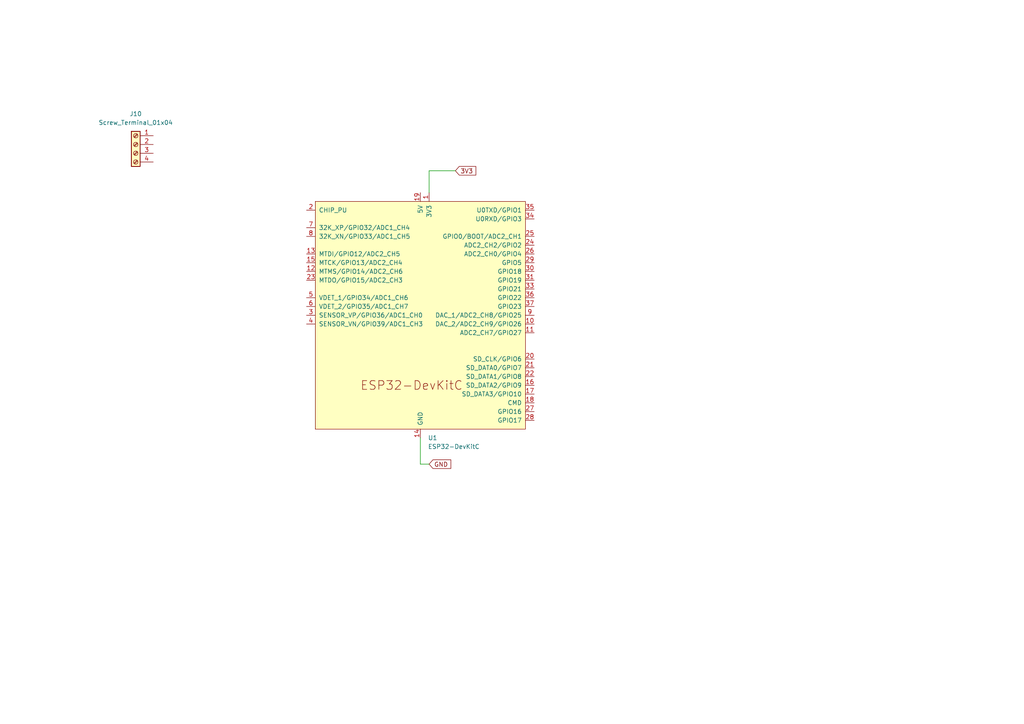
<source format=kicad_sch>
(kicad_sch (version 20231120) (generator "eeschema") (generator_version "8.0")
  (paper "A4")
  (lib_symbols
    (symbol "Connector:Screw_Terminal_01x04" (pin_names (offset 1.016) hide)
      (property "Reference" "J" (at 0 5.08 0))
      (property "Value" "Screw_Terminal_01x04" (at 0 -7.62 0))
      (symbol "Screw_Terminal_01x04_1_1"
        (rectangle (start -1.27 3.81) (end 1.27 -6.35) (stroke (width 0.254)) (fill (type background)))
        (circle (center 0 -5.08) (radius 0.635) (stroke (width 0.1524)))
        (circle (center 0 -2.54) (radius 0.635) (stroke (width 0.1524)))
        (polyline (pts (xy -0.5334 -4.7498) (xy 0.3302 -5.588)) (stroke (width 0.1524)))
        (polyline (pts (xy -0.5334 -2.2098) (xy 0.3302 -3.048)) (stroke (width 0.1524)))
        (polyline (pts (xy -0.5334 0.3302) (xy 0.3302 -0.508)) (stroke (width 0.1524)))
        (polyline (pts (xy -0.5334 2.8702) (xy 0.3302 2.032)) (stroke (width 0.1524)))
        (polyline (pts (xy -0.3556 -4.572) (xy 0.508 -5.4102)) (stroke (width 0.1524)))
        (polyline (pts (xy -0.3556 -2.032) (xy 0.508 -2.8702)) (stroke (width 0.1524)))
        (polyline (pts (xy -0.3556 0.508) (xy 0.508 -0.3302)) (stroke (width 0.1524)))
        (polyline (pts (xy -0.3556 3.048) (xy 0.508 2.2098)) (stroke (width 0.1524)))
        (circle (center 0 0) (radius 0.635) (stroke (width 0.1524)))
        (circle (center 0 2.54) (radius 0.635) (stroke (width 0.1524)))
        (pin passive line (at -5.08 2.54 0) (length 3.81) (name "Pin_1") (number "1"))
        (pin passive line (at -5.08 0 0) (length 3.81) (name "Pin_2") (number "2"))
        (pin passive line (at -5.08 -2.54 0) (length 3.81) (name "Pin_3") (number "3"))
        (pin passive line (at -5.08 -5.08 0) (length 3.81) (name "Pin_4") (number "4"))
      )
    )
    (symbol "Espressif:ESP32-DevKitC" (pin_names (offset 1.016))
      (property "Reference" "U" (at -30.48 38.1 0))
      (property "Value" "ESP32-DevKitC" (at -30.48 35.56 0))
      (symbol "ESP32-DevKitC_0_0"
        (text "ESP32-DevKitC" (at -2.54 -20.32 0) (effects (font (size 2.54 2.54))))
        (pin power_in line (at 0 -35.56 90) (length 2.54) (name "GND") (number "14"))
        (pin power_in line (at 0 35.56 270) (length 2.54) (name "5V") (number "19"))
      )
      (symbol "ESP32-DevKitC_0_1"
        (rectangle (start -30.48 33.02) (end 30.48 -33.02) (fill (type background)))
      )
      (symbol "ESP32-DevKitC_1_1"
        (pin power_in line (at 2.54 35.56 270) (length 2.54) (name "3V3") (number "1"))
        (pin bidirectional line (at 33.02 -2.54 180) (length 2.54) (name "DAC_2/ADC2_CH9/GPIO26") (number "10"))
        (pin bidirectional line (at 33.02 -5.08 180) (length 2.54) (name "ADC2_CH7/GPIO27") (number "11"))
        (pin bidirectional line (at -33.02 12.7 0) (length 2.54) (name "MTMS/GPIO14/ADC2_CH6") (number "12"))
        (pin bidirectional line (at -33.02 17.78 0) (length 2.54) (name "MTDI/GPIO12/ADC2_CH5") (number "13"))
        (pin bidirectional line (at -33.02 15.24 0) (length 2.54) (name "MTCK/GPIO13/ADC2_CH4") (number "15"))
        (pin bidirectional line (at 33.02 -20.32 180) (length 2.54) (name "SD_DATA2/GPIO9") (number "16"))
        (pin bidirectional line (at 33.02 -22.86 180) (length 2.54) (name "SD_DATA3/GPIO10") (number "17"))
        (pin bidirectional line (at 33.02 -25.4 180) (length 2.54) (name "CMD") (number "18"))
        (pin input line (at -33.02 30.48 0) (length 2.54) (name "CHIP_PU") (number "2"))
        (pin bidirectional line (at 33.02 -12.7 180) (length 2.54) (name "SD_CLK/GPIO6") (number "20"))
        (pin bidirectional line (at 33.02 -15.24 180) (length 2.54) (name "SD_DATA0/GPIO7") (number "21"))
        (pin bidirectional line (at 33.02 -17.78 180) (length 2.54) (name "SD_DATA1/GPIO8") (number "22"))
        (pin bidirectional line (at -33.02 10.16 0) (length 2.54) (name "MTDO/GPIO15/ADC2_CH3") (number "23"))
        (pin bidirectional line (at 33.02 20.32 180) (length 2.54) (name "ADC2_CH2/GPIO2") (number "24"))
        (pin bidirectional line (at 33.02 22.86 180) (length 2.54) (name "GPIO0/BOOT/ADC2_CH1") (number "25"))
        (pin bidirectional line (at 33.02 17.78 180) (length 2.54) (name "ADC2_CH0/GPIO4") (number "26"))
        (pin bidirectional line (at 33.02 -27.94 180) (length 2.54) (name "GPIO16") (number "27"))
        (pin bidirectional line (at 33.02 -30.48 180) (length 2.54) (name "GPIO17") (number "28"))
        (pin bidirectional line (at 33.02 15.24 180) (length 2.54) (name "GPIO5") (number "29"))
        (pin input line (at -33.02 0 0) (length 2.54) (name "SENSOR_VP/GPIO36/ADC1_CH0") (number "3"))
        (pin bidirectional line (at 33.02 12.7 180) (length 2.54) (name "GPIO18") (number "30"))
        (pin bidirectional line (at 33.02 10.16 180) (length 2.54) (name "GPIO19") (number "31"))
        (pin passive line (at 0 -35.56 90) (length 2.54) hide (name "GND") (number "32"))
        (pin bidirectional line (at 33.02 7.62 180) (length 2.54) (name "GPIO21") (number "33"))
        (pin bidirectional line (at 33.02 27.94 180) (length 2.54) (name "U0RXD/GPIO3") (number "34"))
        (pin bidirectional line (at 33.02 30.48 180) (length 2.54) (name "U0TXD/GPIO1") (number "35"))
        (pin bidirectional line (at 33.02 5.08 180) (length 2.54) (name "GPIO22") (number "36"))
        (pin bidirectional line (at 33.02 2.54 180) (length 2.54) (name "GPIO23") (number "37"))
        (pin passive line (at 0 -35.56 90) (length 2.54) hide (name "GND") (number "38"))
        (pin input line (at -33.02 -2.54 0) (length 2.54) (name "SENSOR_VN/GPIO39/ADC1_CH3") (number "4"))
        (pin input line (at -33.02 5.08 0) (length 2.54) (name "VDET_1/GPIO34/ADC1_CH6") (number "5"))
        (pin input line (at -33.02 2.54 0) (length 2.54) (name "VDET_2/GPIO35/ADC1_CH7") (number "6"))
        (pin bidirectional line (at -33.02 25.4 0) (length 2.54) (name "32K_XP/GPIO32/ADC1_CH4") (number "7"))
        (pin bidirectional line (at -33.02 22.86 0) (length 2.54) (name "32K_XN/GPIO33/ADC1_CH5") (number "8"))
        (pin bidirectional line (at 33.02 0 180) (length 2.54) (name "DAC_1/ADC2_CH8/GPIO25") (number "9"))
      )
    )
  )
  (wire (pts (xy 124.46 49.53) (xy 124.46 55.88)))
  (wire (pts (xy 132.08 49.53) (xy 124.46 49.53)))
  (wire (pts (xy 121.92 134.62) (xy 121.92 127)))
  (wire (pts (xy 124.46 134.62) (xy 121.92 134.62)))
  (global_label "GND" (shape input) (at 124.46 134.62 0) (property "Intersheetrefs" "${INTERSHEET_REFS}" (effects (hide yes))))
  (global_label "3V3" (shape input) (at 132.08 49.53 0) (property "Intersheetrefs" "${INTERSHEET_REFS}" (effects (hide yes))))
  (symbol (lib_id "Espressif:ESP32-DevKitC") (at 121.92 91.44 0) (unit 1)
    (property "Reference" "U1" (at 124.1141 127 0) (effects (justify left)))
    (property "Value" "ESP32-DevKitC" (at 124.1141 129.54 0) (effects (justify left)))
    (property "Footprint" "Espressif:ESP32-DevKitC" (effects (hide yes)))
    (property "Datasheet" "https://docs.espressif.com/projects/esp-idf/zh_CN/latest/esp32/hw-reference/esp32/get-started-devkitc.html" (effects (hide yes)))
    (property "Description" "Development Kit" (effects (hide yes)))
  )
  (symbol (lib_id "Connector:Screw_Terminal_01x04") (at 39.37 41.91 0) (mirror y) (unit 1)
    (property "Reference" "J10" (at 39.37 33.02 0))
    (property "Value" "Screw_Terminal_01x04" (at 39.37 35.56 0))
    (property "Footprint" "TerminalBlock_Phoenix:TerminalBlock_Phoenix_MPT-0,5-4-2.54_1x04_P2.54mm_Horizontal" (effects (hide yes)))
    (property "Description" "Generic screw terminal, single row, 01x04, script generated (kicad-library-utils/schlib/autogen/connector/)" (effects (hide yes)))
  )
)
</source>
